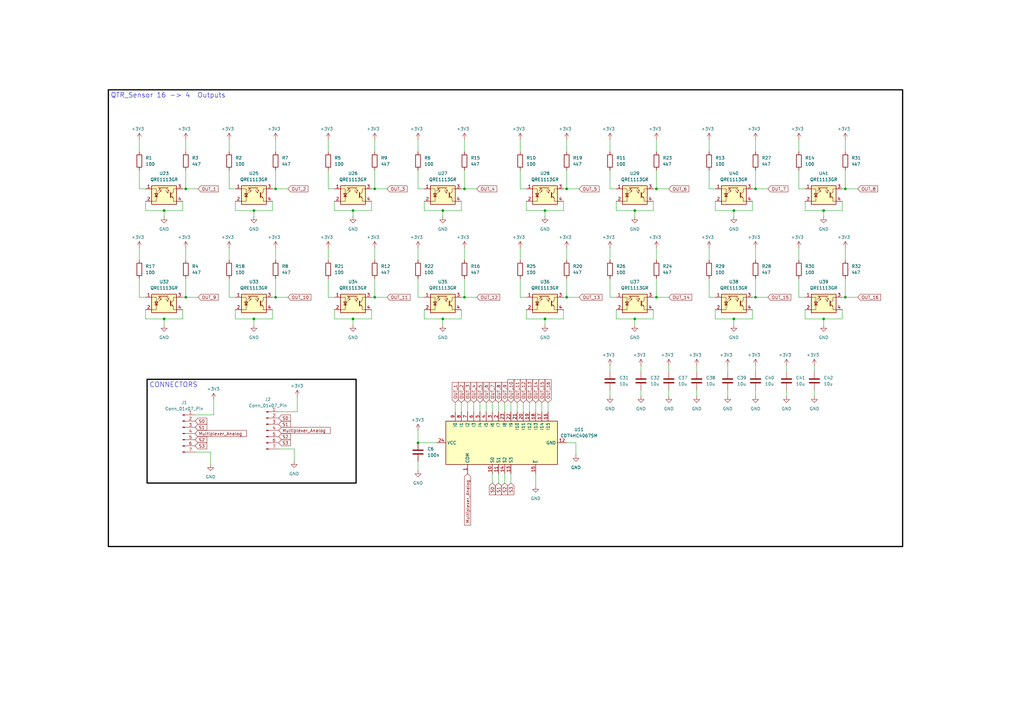
<source format=kicad_sch>
(kicad_sch (version 20250114) (generator "eeschema") (generator_version "9.0")
  (paper "A3")
  (title_block (title "Line_Follwer_Sensor_PCB") (date "2025-11-25") (rev "2") (company "UOP ROBOTICS") (comment 1 "Fotis Stamatakis"))
  (lib_symbols
    (symbol "74xx:CD74HC4067SM"
      (property "Reference" "U" (at -8.89 22.86 0))
      (property "Value" "CD74HC4067SM" (at 1.27 22.86 0))
      (symbol "CD74HC4067SM_1_1"
        (pin passive line (at -12.7 12.7 0) (length 3.81) (name "COM") (number "1"))
        (pin input line (at -12.7 2.54 0) (length 3.81) (name "S0") (number "10"))
        (pin input line (at -12.7 0 0) (length 3.81) (name "S1") (number "11"))
        (pin input line (at -12.7 -2.54 0) (length 3.81) (name "S2") (number "14"))
        (pin input line (at -12.7 -5.08 0) (length 3.81) (name "S3") (number "13"))
        (pin input line (at -12.7 -15.24 0) (length 3.81) (name "~{E}") (number "15"))
        (pin power_in line (at 0 25.4 270) (length 3.81) (name "VCC") (number "24"))
        (pin power_in line (at 0 -27.94 90) (length 3.81) (name "GND") (number "12"))
        (pin passive line (at 12.7 17.78 180) (length 3.81) (name "I0") (number "9"))
        (pin passive line (at 12.7 15.24 180) (length 3.81) (name "I1") (number "8"))
        (pin passive line (at 12.7 12.7 180) (length 3.81) (name "I2") (number "7"))
        (pin passive line (at 12.7 10.16 180) (length 3.81) (name "I3") (number "6"))
        (pin passive line (at 12.7 7.62 180) (length 3.81) (name "I4") (number "5"))
        (pin passive line (at 12.7 5.08 180) (length 3.81) (name "I5") (number "4"))
        (pin passive line (at 12.7 2.54 180) (length 3.81) (name "I6") (number "3"))
        (pin passive line (at 12.7 0 180) (length 3.81) (name "I7") (number "2"))
        (pin passive line (at 12.7 -2.54 180) (length 3.81) (name "I8") (number "23"))
        (pin passive line (at 12.7 -5.08 180) (length 3.81) (name "I9") (number "22"))
        (pin passive line (at 12.7 -7.62 180) (length 3.81) (name "I10") (number "21"))
        (pin passive line (at 12.7 -10.16 180) (length 3.81) (name "I11") (number "20"))
        (pin passive line (at 12.7 -12.7 180) (length 3.81) (name "I12") (number "19"))
        (pin passive line (at 12.7 -15.24 180) (length 3.81) (name "I13") (number "18"))
        (pin passive line (at 12.7 -17.78 180) (length 3.81) (name "I14") (number "17"))
        (pin passive line (at 12.7 -20.32 180) (length 3.81) (name "I15") (number "16"))
      )
    )
    (symbol "Connector:Conn_01x07_Pin" (pin_names (offset 1.016) (hide yes))
      (property "Reference" "J" (at 0 10.16 0))
      (property "Value" "Conn_01x07_Pin" (at 0 -10.16 0))
      (symbol "Conn_01x07_Pin_1_1"
        (pin passive line (at 5.08 7.62 180) (length 3.81) (name "Pin_1") (number "1"))
        (pin passive line (at 5.08 5.08 180) (length 3.81) (name "Pin_2") (number "2"))
        (pin passive line (at 5.08 2.54 180) (length 3.81) (name "Pin_3") (number "3"))
        (pin passive line (at 5.08 0 180) (length 3.81) (name "Pin_4") (number "4"))
        (pin passive line (at 5.08 -2.54 180) (length 3.81) (name "Pin_5") (number "5"))
        (pin passive line (at 5.08 -5.08 180) (length 3.81) (name "Pin_6") (number "6"))
        (pin passive line (at 5.08 -7.62 180) (length 3.81) (name "Pin_7") (number "7"))
      )
    )
    (symbol "Device:C" (pin_numbers (hide yes)) (pin_names (offset 0.254))
      (property "Reference" "C" (at 0.635 2.54 0))
      (property "Value" "C" (at 0.635 -2.54 0))
      (symbol "C_1_1"
        (pin passive line (at 0 3.81 270) (length 2.794) (name "~") (number "1"))
        (pin passive line (at 0 -3.81 90) (length 2.794) (name "~") (number "2"))
      )
    )
    (symbol "Device:R" (pin_numbers (hide yes)) (pin_names (offset 0))
      (property "Reference" "R" (at 2.032 0 90))
      (property "Value" "R" (at 0 0 90))
      (symbol "R_1_1"
        (pin passive line (at 0 3.81 270) (length 1.27) (name "~") (number "1"))
        (pin passive line (at 0 -3.81 90) (length 1.27) (name "~") (number "2"))
      )
    )
    (symbol "QRE1113GR_1" (pin_names (offset 0.0254) (hide yes))
      (property "Reference" "U" (at -3.81 5.08 0))
      (property "Value" "QRE1113GR" (at 11.43 5.08 0))
      (symbol "QRE1113GR_1_1_1"
        (pin passive line (at -7.62 2.54 0) (length 2.54) (name "A") (number "1"))
        (pin passive line (at -7.62 -2.54 0) (length 2.54) (name "K") (number "2"))
        (pin open_collector line (at 7.62 2.54 180) (length 2.54) (name "~") (number "3"))
        (pin open_emitter line (at 7.62 -2.54 180) (length 2.54) (name "~") (number "4"))
      )
    )
    (symbol "power:GND" (power) (pin_numbers (hide yes)) (pin_names (offset 0) (hide yes))
      (property "Value" "GND" (at 0 -3.81 0))
      (symbol "GND_1_1"
        (pin power_in line (at 0 0 270) (length 0) (name "~") (number "1"))
      )
    )
    (symbol "power:VCC" (power) (pin_numbers (hide yes)) (pin_names (offset 0) (hide yes))
      (property "Value" "VCC" (at 0 3.556 0))
      (symbol "VCC_1_1"
        (pin power_in line (at 0 0 90) (length 0) (name "~") (number "1"))
      )
    )
  )
  (text_box "CONNECTORS \n" (at 60.325 155.575 0) (size 85.725 42.545) (margins 0.9525 0.9525 0.9525 0.9525) (stroke (width 0.5) (color 0 0 0 1)) (effects (font (size 2 2)) (justify left top)))
  (text_box "QTR_Sensor 16 -> 4  Outputs" (at 44.45 36.83 0) (size 325.755 187.325) (margins 0.9525 0.9525 0.9525 0.9525) (stroke (width 0.5) (color 0 0 0 1)) (effects (font (size 2 2)) (justify left top)))
  (junction (at 190.5 77.47))
  (junction (at 309.88 77.47))
  (junction (at 300.99 130.81))
  (junction (at 232.41 77.47))
  (junction (at 269.24 77.47))
  (junction (at 309.88 121.92))
  (junction (at 76.2 77.47))
  (junction (at 144.78 86.36))
  (junction (at 300.99 86.36))
  (junction (at 181.61 86.36))
  (junction (at 337.82 86.36))
  (junction (at 260.35 130.81))
  (junction (at 269.24 121.92))
  (junction (at 153.67 77.47))
  (junction (at 67.31 86.36))
  (junction (at 104.14 130.81))
  (junction (at 260.35 86.36))
  (junction (at 113.03 121.92))
  (junction (at 223.52 130.81))
  (junction (at 223.52 86.36))
  (junction (at 153.67 121.92))
  (junction (at 190.5 121.92))
  (junction (at 171.45 181.61))
  (junction (at 67.31 130.81))
  (junction (at 113.03 77.47))
  (junction (at 232.41 121.92))
  (junction (at 144.78 130.81))
  (junction (at 76.2 121.92))
  (junction (at 346.71 77.47))
  (junction (at 181.61 130.81))
  (junction (at 346.71 121.92))
  (junction (at 337.82 130.81))
  (junction (at 104.14 86.36))
  (wire (pts (xy 113.03 57.15) (xy 113.03 62.23)))
  (wire (pts (xy 171.45 121.92) (xy 173.99 121.92)))
  (wire (pts (xy 152.4 130.81) (xy 144.78 130.81)))
  (wire (pts (xy 153.67 57.15) (xy 153.67 62.23)))
  (wire (pts (xy 290.83 121.92) (xy 293.37 121.92)))
  (wire (pts (xy 223.52 86.36) (xy 215.9 86.36)))
  (wire (pts (xy 114.3 168.91) (xy 121.92 168.91)))
  (wire (pts (xy 67.31 86.36) (xy 59.69 86.36)))
  (wire (pts (xy 201.93 165.1) (xy 201.93 168.91)))
  (wire (pts (xy 267.97 86.36) (xy 260.35 86.36)))
  (wire (pts (xy 120.65 189.23) (xy 120.65 184.15)))
  (wire (pts (xy 76.2 101.6) (xy 76.2 106.68)))
  (wire (pts (xy 345.44 82.55) (xy 345.44 86.36)))
  (wire (pts (xy 217.17 165.1) (xy 217.17 168.91)))
  (wire (pts (xy 153.67 101.6) (xy 153.67 106.68)))
  (wire (pts (xy 219.71 194.31) (xy 219.71 199.39)))
  (wire (pts (xy 290.83 57.15) (xy 290.83 62.23)))
  (wire (pts (xy 181.61 130.81) (xy 181.61 133.35)))
  (wire (pts (xy 232.41 77.47) (xy 232.41 69.85)))
  (wire (pts (xy 76.2 77.47) (xy 76.2 69.85)))
  (wire (pts (xy 144.78 130.81) (xy 137.16 130.81)))
  (wire (pts (xy 173.99 86.36) (xy 173.99 82.55)))
  (wire (pts (xy 190.5 121.92) (xy 195.58 121.92)))
  (wire (pts (xy 250.19 101.6) (xy 250.19 106.68)))
  (wire (pts (xy 231.14 86.36) (xy 223.52 86.36)))
  (wire (pts (xy 269.24 121.92) (xy 269.24 114.3)))
  (wire (pts (xy 293.37 86.36) (xy 293.37 82.55)))
  (wire (pts (xy 104.14 86.36) (xy 96.52 86.36)))
  (wire (pts (xy 74.93 127) (xy 74.93 130.81)))
  (wire (pts (xy 212.09 165.1) (xy 212.09 168.91)))
  (wire (pts (xy 250.19 160.02) (xy 250.19 162.56)))
  (wire (pts (xy 262.89 160.02) (xy 262.89 162.56)))
  (wire (pts (xy 137.16 86.36) (xy 137.16 82.55)))
  (wire (pts (xy 96.52 86.36) (xy 96.52 82.55)))
  (wire (pts (xy 262.89 149.86) (xy 262.89 152.4)))
  (wire (pts (xy 300.99 86.36) (xy 293.37 86.36)))
  (wire (pts (xy 309.88 149.86) (xy 309.88 152.4)))
  (wire (pts (xy 327.66 57.15) (xy 327.66 62.23)))
  (wire (pts (xy 171.45 176.53) (xy 171.45 181.61)))
  (wire (pts (xy 190.5 77.47) (xy 190.5 69.85)))
  (wire (pts (xy 171.45 69.85) (xy 171.45 77.47)))
  (wire (pts (xy 189.23 165.1) (xy 189.23 168.91)))
  (wire (pts (xy 213.36 114.3) (xy 213.36 121.92)))
  (wire (pts (xy 346.71 121.92) (xy 351.79 121.92)))
  (wire (pts (xy 59.69 130.81) (xy 59.69 127)))
  (wire (pts (xy 144.78 86.36) (xy 144.78 88.9)))
  (wire (pts (xy 223.52 130.81) (xy 223.52 133.35)))
  (wire (pts (xy 86.36 190.5) (xy 86.36 185.42)))
  (wire (pts (xy 113.03 101.6) (xy 113.03 106.68)))
  (wire (pts (xy 104.14 130.81) (xy 104.14 133.35)))
  (wire (pts (xy 250.19 149.86) (xy 250.19 152.4)))
  (wire (pts (xy 345.44 77.47) (xy 346.71 77.47)))
  (wire (pts (xy 260.35 86.36) (xy 260.35 88.9)))
  (wire (pts (xy 309.88 121.92) (xy 314.96 121.92)))
  (wire (pts (xy 181.61 86.36) (xy 173.99 86.36)))
  (wire (pts (xy 250.19 121.92) (xy 252.73 121.92)))
  (wire (pts (xy 67.31 130.81) (xy 59.69 130.81)))
  (wire (pts (xy 274.32 160.02) (xy 274.32 162.56)))
  (wire (pts (xy 219.71 165.1) (xy 219.71 168.91)))
  (wire (pts (xy 137.16 130.81) (xy 137.16 127)))
  (wire (pts (xy 300.99 130.81) (xy 293.37 130.81)))
  (wire (pts (xy 113.03 77.47) (xy 118.11 77.47)))
  (wire (pts (xy 181.61 86.36) (xy 181.61 88.9)))
  (wire (pts (xy 189.23 127) (xy 189.23 130.81)))
  (wire (pts (xy 223.52 130.81) (xy 215.9 130.81)))
  (wire (pts (xy 59.69 86.36) (xy 59.69 82.55)))
  (wire (pts (xy 196.85 165.1) (xy 196.85 168.91)))
  (wire (pts (xy 171.45 57.15) (xy 171.45 62.23)))
  (wire (pts (xy 186.69 165.1) (xy 186.69 168.91)))
  (wire (pts (xy 111.76 77.47) (xy 113.03 77.47)))
  (wire (pts (xy 190.5 57.15) (xy 190.5 62.23)))
  (wire (pts (xy 153.67 77.47) (xy 153.67 69.85)))
  (wire (pts (xy 322.58 149.86) (xy 322.58 152.4)))
  (wire (pts (xy 190.5 77.47) (xy 195.58 77.47)))
  (wire (pts (xy 327.66 77.47) (xy 330.2 77.47)))
  (wire (pts (xy 76.2 57.15) (xy 76.2 62.23)))
  (wire (pts (xy 267.97 82.55) (xy 267.97 86.36)))
  (wire (pts (xy 345.44 86.36) (xy 337.82 86.36)))
  (wire (pts (xy 111.76 121.92) (xy 113.03 121.92)))
  (wire (pts (xy 267.97 127) (xy 267.97 130.81)))
  (wire (pts (xy 213.36 57.15) (xy 213.36 62.23)))
  (wire (pts (xy 120.65 184.15) (xy 114.3 184.15)))
  (wire (pts (xy 215.9 86.36) (xy 215.9 82.55)))
  (wire (pts (xy 173.99 130.81) (xy 173.99 127)))
  (wire (pts (xy 111.76 82.55) (xy 111.76 86.36)))
  (wire (pts (xy 236.22 181.61) (xy 236.22 186.69)))
  (wire (pts (xy 74.93 130.81) (xy 67.31 130.81)))
  (wire (pts (xy 300.99 130.81) (xy 300.99 133.35)))
  (wire (pts (xy 337.82 130.81) (xy 337.82 133.35)))
  (wire (pts (xy 57.15 57.15) (xy 57.15 62.23)))
  (wire (pts (xy 223.52 86.36) (xy 223.52 88.9)))
  (wire (pts (xy 346.71 101.6) (xy 346.71 106.68)))
  (wire (pts (xy 181.61 130.81) (xy 173.99 130.81)))
  (wire (pts (xy 224.79 165.1) (xy 224.79 168.91)))
  (wire (pts (xy 189.23 82.55) (xy 189.23 86.36)))
  (wire (pts (xy 327.66 121.92) (xy 330.2 121.92)))
  (wire (pts (xy 337.82 130.81) (xy 330.2 130.81)))
  (wire (pts (xy 308.61 127) (xy 308.61 130.81)))
  (wire (pts (xy 171.45 181.61) (xy 179.07 181.61)))
  (wire (pts (xy 327.66 114.3) (xy 327.66 121.92)))
  (wire (pts (xy 134.62 57.15) (xy 134.62 62.23)))
  (wire (pts (xy 189.23 121.92) (xy 190.5 121.92)))
  (wire (pts (xy 285.75 160.02) (xy 285.75 162.56)))
  (wire (pts (xy 87.63 163.83) (xy 87.63 170.18)))
  (wire (pts (xy 232.41 181.61) (xy 236.22 181.61)))
  (wire (pts (xy 309.88 77.47) (xy 314.96 77.47)))
  (wire (pts (xy 93.98 101.6) (xy 93.98 106.68)))
  (wire (pts (xy 260.35 86.36) (xy 252.73 86.36)))
  (wire (pts (xy 152.4 77.47) (xy 153.67 77.47)))
  (wire (pts (xy 153.67 121.92) (xy 158.75 121.92)))
  (wire (pts (xy 290.83 77.47) (xy 293.37 77.47)))
  (wire (pts (xy 252.73 130.81) (xy 252.73 127)))
  (wire (pts (xy 308.61 121.92) (xy 309.88 121.92)))
  (wire (pts (xy 267.97 130.81) (xy 260.35 130.81)))
  (wire (pts (xy 250.19 114.3) (xy 250.19 121.92)))
  (wire (pts (xy 57.15 114.3) (xy 57.15 121.92)))
  (wire (pts (xy 80.01 170.18) (xy 87.63 170.18)))
  (wire (pts (xy 334.01 149.86) (xy 334.01 152.4)))
  (wire (pts (xy 308.61 82.55) (xy 308.61 86.36)))
  (wire (pts (xy 330.2 130.81) (xy 330.2 127)))
  (wire (pts (xy 213.36 77.47) (xy 215.9 77.47)))
  (wire (pts (xy 104.14 130.81) (xy 96.52 130.81)))
  (wire (pts (xy 290.83 69.85) (xy 290.83 77.47)))
  (wire (pts (xy 74.93 86.36) (xy 67.31 86.36)))
  (wire (pts (xy 152.4 82.55) (xy 152.4 86.36)))
  (wire (pts (xy 96.52 130.81) (xy 96.52 127)))
  (wire (pts (xy 104.14 86.36) (xy 104.14 88.9)))
  (wire (pts (xy 153.67 121.92) (xy 153.67 114.3)))
  (wire (pts (xy 153.67 77.47) (xy 158.75 77.47)))
  (wire (pts (xy 171.45 77.47) (xy 173.99 77.47)))
  (wire (pts (xy 231.14 121.92) (xy 232.41 121.92)))
  (wire (pts (xy 260.35 130.81) (xy 260.35 133.35)))
  (wire (pts (xy 290.83 101.6) (xy 290.83 106.68)))
  (wire (pts (xy 293.37 130.81) (xy 293.37 127)))
  (wire (pts (xy 113.03 121.92) (xy 118.11 121.92)))
  (wire (pts (xy 93.98 121.92) (xy 96.52 121.92)))
  (wire (pts (xy 322.58 160.02) (xy 322.58 162.56)))
  (wire (pts (xy 298.45 149.86) (xy 298.45 152.4)))
  (wire (pts (xy 134.62 121.92) (xy 137.16 121.92)))
  (wire (pts (xy 207.01 165.1) (xy 207.01 168.91)))
  (wire (pts (xy 213.36 101.6) (xy 213.36 106.68)))
  (wire (pts (xy 152.4 121.92) (xy 153.67 121.92)))
  (wire (pts (xy 86.36 185.42) (xy 80.01 185.42)))
  (wire (pts (xy 214.63 165.1) (xy 214.63 168.91)))
  (wire (pts (xy 269.24 77.47) (xy 269.24 69.85)))
  (wire (pts (xy 134.62 69.85) (xy 134.62 77.47)))
  (wire (pts (xy 189.23 86.36) (xy 181.61 86.36)))
  (wire (pts (xy 93.98 57.15) (xy 93.98 62.23)))
  (wire (pts (xy 309.88 121.92) (xy 309.88 114.3)))
  (wire (pts (xy 232.41 77.47) (xy 237.49 77.47)))
  (wire (pts (xy 250.19 77.47) (xy 252.73 77.47)))
  (wire (pts (xy 189.23 130.81) (xy 181.61 130.81)))
  (wire (pts (xy 113.03 77.47) (xy 113.03 69.85)))
  (wire (pts (xy 93.98 69.85) (xy 93.98 77.47)))
  (wire (pts (xy 144.78 130.81) (xy 144.78 133.35)))
  (wire (pts (xy 346.71 77.47) (xy 351.79 77.47)))
  (wire (pts (xy 267.97 77.47) (xy 269.24 77.47)))
  (wire (pts (xy 267.97 121.92) (xy 269.24 121.92)))
  (wire (pts (xy 345.44 130.81) (xy 337.82 130.81)))
  (wire (pts (xy 345.44 121.92) (xy 346.71 121.92)))
  (wire (pts (xy 121.92 162.56) (xy 121.92 168.91)))
  (wire (pts (xy 152.4 86.36) (xy 144.78 86.36)))
  (wire (pts (xy 260.35 130.81) (xy 252.73 130.81)))
  (wire (pts (xy 204.47 165.1) (xy 204.47 168.91)))
  (wire (pts (xy 201.93 194.31) (xy 201.93 198.12)))
  (wire (pts (xy 204.47 194.31) (xy 204.47 198.12)))
  (wire (pts (xy 67.31 86.36) (xy 67.31 88.9)))
  (wire (pts (xy 231.14 127) (xy 231.14 130.81)))
  (wire (pts (xy 207.01 194.31) (xy 207.01 198.12)))
  (wire (pts (xy 144.78 86.36) (xy 137.16 86.36)))
  (wire (pts (xy 74.93 82.55) (xy 74.93 86.36)))
  (wire (pts (xy 269.24 101.6) (xy 269.24 106.68)))
  (wire (pts (xy 190.5 101.6) (xy 190.5 106.68)))
  (wire (pts (xy 269.24 121.92) (xy 274.32 121.92)))
  (wire (pts (xy 337.82 86.36) (xy 337.82 88.9)))
  (wire (pts (xy 309.88 57.15) (xy 309.88 62.23)))
  (wire (pts (xy 345.44 127) (xy 345.44 130.81)))
  (wire (pts (xy 232.41 121.92) (xy 237.49 121.92)))
  (wire (pts (xy 134.62 114.3) (xy 134.62 121.92)))
  (wire (pts (xy 308.61 130.81) (xy 300.99 130.81)))
  (wire (pts (xy 171.45 101.6) (xy 171.45 106.68)))
  (wire (pts (xy 285.75 149.86) (xy 285.75 152.4)))
  (wire (pts (xy 213.36 121.92) (xy 215.9 121.92)))
  (wire (pts (xy 171.45 189.23) (xy 171.45 193.04)))
  (wire (pts (xy 111.76 86.36) (xy 104.14 86.36)))
  (wire (pts (xy 93.98 114.3) (xy 93.98 121.92)))
  (wire (pts (xy 134.62 101.6) (xy 134.62 106.68)))
  (wire (pts (xy 308.61 77.47) (xy 309.88 77.47)))
  (wire (pts (xy 213.36 69.85) (xy 213.36 77.47)))
  (wire (pts (xy 232.41 57.15) (xy 232.41 62.23)))
  (wire (pts (xy 274.32 149.86) (xy 274.32 152.4)))
  (wire (pts (xy 290.83 114.3) (xy 290.83 121.92)))
  (wire (pts (xy 232.41 121.92) (xy 232.41 114.3)))
  (wire (pts (xy 134.62 77.47) (xy 137.16 77.47)))
  (wire (pts (xy 57.15 77.47) (xy 59.69 77.47)))
  (wire (pts (xy 327.66 69.85) (xy 327.66 77.47)))
  (wire (pts (xy 231.14 82.55) (xy 231.14 86.36)))
  (wire (pts (xy 209.55 165.1) (xy 209.55 168.91)))
  (wire (pts (xy 171.45 114.3) (xy 171.45 121.92)))
  (wire (pts (xy 250.19 69.85) (xy 250.19 77.47)))
  (wire (pts (xy 191.77 165.1) (xy 191.77 168.91)))
  (wire (pts (xy 232.41 101.6) (xy 232.41 106.68)))
  (wire (pts (xy 57.15 101.6) (xy 57.15 106.68)))
  (wire (pts (xy 300.99 86.36) (xy 300.99 88.9)))
  (wire (pts (xy 93.98 77.47) (xy 96.52 77.47)))
  (wire (pts (xy 252.73 86.36) (xy 252.73 82.55)))
  (wire (pts (xy 190.5 121.92) (xy 190.5 114.3)))
  (wire (pts (xy 337.82 86.36) (xy 330.2 86.36)))
  (wire (pts (xy 231.14 130.81) (xy 223.52 130.81)))
  (wire (pts (xy 194.31 165.1) (xy 194.31 168.91)))
  (wire (pts (xy 74.93 121.92) (xy 76.2 121.92)))
  (wire (pts (xy 330.2 86.36) (xy 330.2 82.55)))
  (wire (pts (xy 222.25 165.1) (xy 222.25 168.91)))
  (wire (pts (xy 269.24 77.47) (xy 274.32 77.47)))
  (wire (pts (xy 67.31 130.81) (xy 67.31 133.35)))
  (wire (pts (xy 152.4 127) (xy 152.4 130.81)))
  (wire (pts (xy 57.15 121.92) (xy 59.69 121.92)))
  (wire (pts (xy 309.88 101.6) (xy 309.88 106.68)))
  (wire (pts (xy 76.2 121.92) (xy 76.2 114.3)))
  (wire (pts (xy 231.14 77.47) (xy 232.41 77.47)))
  (wire (pts (xy 346.71 57.15) (xy 346.71 62.23)))
  (wire (pts (xy 269.24 57.15) (xy 269.24 62.23)))
  (wire (pts (xy 334.01 160.02) (xy 334.01 162.56)))
  (wire (pts (xy 189.23 77.47) (xy 190.5 77.47)))
  (wire (pts (xy 76.2 77.47) (xy 81.28 77.47)))
  (wire (pts (xy 327.66 101.6) (xy 327.66 106.68)))
  (wire (pts (xy 74.93 77.47) (xy 76.2 77.47)))
  (wire (pts (xy 199.39 165.1) (xy 199.39 168.91)))
  (wire (pts (xy 309.88 77.47) (xy 309.88 69.85)))
  (wire (pts (xy 346.71 77.47) (xy 346.71 69.85)))
  (wire (pts (xy 111.76 127) (xy 111.76 130.81)))
  (wire (pts (xy 111.76 130.81) (xy 104.14 130.81)))
  (wire (pts (xy 209.55 194.31) (xy 209.55 198.12)))
  (wire (pts (xy 215.9 130.81) (xy 215.9 127)))
  (wire (pts (xy 113.03 121.92) (xy 113.03 114.3)))
  (wire (pts (xy 57.15 69.85) (xy 57.15 77.47)))
  (wire (pts (xy 309.88 160.02) (xy 309.88 162.56)))
  (wire (pts (xy 76.2 121.92) (xy 81.28 121.92)))
  (wire (pts (xy 346.71 121.92) (xy 346.71 114.3)))
  (wire (pts (xy 250.19 57.15) (xy 250.19 62.23)))
  (wire (pts (xy 298.45 160.02) (xy 298.45 162.56)))
  (wire (pts (xy 308.61 86.36) (xy 300.99 86.36)))
  (global_label "OUT_16" (shape input) (at 224.79 165.1 90) (property "Intersheetrefs" "${INTERSHEET_REFS}" (effects (hide yes))))
  (global_label "S0" (shape input) (at 80.01 172.72 0) (property "Intersheetrefs" "${INTERSHEET_REFS}" (effects (hide yes))))
  (global_label "OUT_12" (shape input) (at 195.58 121.92 0) (property "Intersheetrefs" "${INTERSHEET_REFS}" (effects (hide yes))))
  (global_label "S2" (shape input) (at 80.01 180.34 0) (property "Intersheetrefs" "${INTERSHEET_REFS}" (effects (hide yes))))
  (global_label "OUT_7" (shape input) (at 314.96 77.47 0) (property "Intersheetrefs" "${INTERSHEET_REFS}" (effects (hide yes))))
  (global_label "OUT_6" (shape input) (at 274.32 77.47 0) (property "Intersheetrefs" "${INTERSHEET_REFS}" (effects (hide yes))))
  (global_label "S3" (shape input) (at 80.01 182.88 0) (property "Intersheetrefs" "${INTERSHEET_REFS}" (effects (hide yes))))
  (global_label "OUT_13" (shape input) (at 237.49 121.92 0) (property "Intersheetrefs" "${INTERSHEET_REFS}" (effects (hide yes))))
  (global_label "OUT_9" (shape input) (at 81.28 121.92 0) (property "Intersheetrefs" "${INTERSHEET_REFS}" (effects (hide yes))))
  (global_label "OUT_5" (shape input) (at 196.85 165.1 90) (property "Intersheetrefs" "${INTERSHEET_REFS}" (effects (hide yes))))
  (global_label "OUT_2" (shape input) (at 189.23 165.1 90) (property "Intersheetrefs" "${INTERSHEET_REFS}" (effects (hide yes))))
  (global_label "OUT_10" (shape input) (at 118.11 121.92 0) (property "Intersheetrefs" "${INTERSHEET_REFS}" (effects (hide yes))))
  (global_label "OUT_11" (shape input) (at 212.09 165.1 90) (property "Intersheetrefs" "${INTERSHEET_REFS}" (effects (hide yes))))
  (global_label "OUT_7" (shape input) (at 201.93 165.1 90) (property "Intersheetrefs" "${INTERSHEET_REFS}" (effects (hide yes))))
  (global_label "OUT_11" (shape input) (at 158.75 121.92 0) (property "Intersheetrefs" "${INTERSHEET_REFS}" (effects (hide yes))))
  (global_label "OUT_16" (shape input) (at 351.79 121.92 0) (property "Intersheetrefs" "${INTERSHEET_REFS}" (effects (hide yes))))
  (global_label "OUT_15" (shape input) (at 222.25 165.1 90) (property "Intersheetrefs" "${INTERSHEET_REFS}" (effects (hide yes))))
  (global_label "OUT_15" (shape input) (at 314.96 121.92 0) (property "Intersheetrefs" "${INTERSHEET_REFS}" (effects (hide yes))))
  (global_label "OUT_5" (shape input) (at 237.49 77.47 0) (property "Intersheetrefs" "${INTERSHEET_REFS}" (effects (hide yes))))
  (global_label "OUT_8" (shape input) (at 204.47 165.1 90) (property "Intersheetrefs" "${INTERSHEET_REFS}" (effects (hide yes))))
  (global_label "S0" (shape input) (at 114.3 171.45 0) (property "Intersheetrefs" "${INTERSHEET_REFS}" (effects (hide yes))))
  (global_label "Multiplexer_Analog " (shape input) (at 191.77 194.31 270) (property "Intersheetrefs" "${INTERSHEET_REFS}" (effects (hide yes))))
  (global_label "OUT_3" (shape input) (at 158.75 77.47 0) (property "Intersheetrefs" "${INTERSHEET_REFS}" (effects (hide yes))))
  (global_label "OUT_4" (shape input) (at 195.58 77.47 0) (property "Intersheetrefs" "${INTERSHEET_REFS}" (effects (hide yes))))
  (global_label "Multiplexer_Analog " (shape input) (at 80.01 177.8 0) (property "Intersheetrefs" "${INTERSHEET_REFS}" (effects (hide yes))))
  (global_label "OUT_8" (shape input) (at 351.79 77.47 0) (property "Intersheetrefs" "${INTERSHEET_REFS}" (effects (hide yes))))
  (global_label "OUT_9" (shape input) (at 207.01 165.1 90) (property "Intersheetrefs" "${INTERSHEET_REFS}" (effects (hide yes))))
  (global_label "OUT_1" (shape input) (at 81.28 77.47 0) (property "Intersheetrefs" "${INTERSHEET_REFS}" (effects (hide yes))))
  (global_label "OUT_10" (shape input) (at 209.55 165.1 90) (property "Intersheetrefs" "${INTERSHEET_REFS}" (effects (hide yes))))
  (global_label "OUT_2" (shape input) (at 118.11 77.47 0) (property "Intersheetrefs" "${INTERSHEET_REFS}" (effects (hide yes))))
  (global_label "OUT_4" (shape input) (at 194.31 165.1 90) (property "Intersheetrefs" "${INTERSHEET_REFS}" (effects (hide yes))))
  (global_label "S2" (shape input) (at 114.3 179.07 0) (property "Intersheetrefs" "${INTERSHEET_REFS}" (effects (hide yes))))
  (global_label "OUT_12" (shape input) (at 214.63 165.1 90) (property "Intersheetrefs" "${INTERSHEET_REFS}" (effects (hide yes))))
  (global_label "S3" (shape input) (at 209.55 198.12 270) (property "Intersheetrefs" "${INTERSHEET_REFS}" (effects (hide yes))))
  (global_label "OUT_14" (shape input) (at 274.32 121.92 0) (property "Intersheetrefs" "${INTERSHEET_REFS}" (effects (hide yes))))
  (global_label "OUT_6" (shape input) (at 199.39 165.1 90) (property "Intersheetrefs" "${INTERSHEET_REFS}" (effects (hide yes))))
  (global_label "OUT_1" (shape input) (at 186.69 165.1 90) (property "Intersheetrefs" "${INTERSHEET_REFS}" (effects (hide yes))))
  (global_label "S1" (shape input) (at 114.3 173.99 0) (property "Intersheetrefs" "${INTERSHEET_REFS}" (effects (hide yes))))
  (global_label "S0" (shape input) (at 201.93 198.12 270) (property "Intersheetrefs" "${INTERSHEET_REFS}" (effects (hide yes))))
  (global_label "S1" (shape input) (at 204.47 198.12 270) (property "Intersheetrefs" "${INTERSHEET_REFS}" (effects (hide yes))))
  (global_label "S2" (shape input) (at 207.01 198.12 270) (property "Intersheetrefs" "${INTERSHEET_REFS}" (effects (hide yes))))
  (global_label "OUT_13" (shape input) (at 217.17 165.1 90) (property "Intersheetrefs" "${INTERSHEET_REFS}" (effects (hide yes))))
  (global_label "Multiplexer_Analog " (shape input) (at 114.3 176.53 0) (property "Intersheetrefs" "${INTERSHEET_REFS}" (effects (hide yes))))
  (global_label "S3" (shape input) (at 114.3 181.61 0) (property "Intersheetrefs" "${INTERSHEET_REFS}" (effects (hide yes))))
  (global_label "S1" (shape input) (at 80.01 175.26 0) (property "Intersheetrefs" "${INTERSHEET_REFS}" (effects (hide yes))))
  (global_label "OUT_14" (shape input) (at 219.71 165.1 90) (property "Intersheetrefs" "${INTERSHEET_REFS}" (effects (hide yes))))
  (global_label "OUT_3" (shape input) (at 191.77 165.1 90) (property "Intersheetrefs" "${INTERSHEET_REFS}" (effects (hide yes))))
  (symbol (lib_id "power:GND") (at 86.36 190.5 0) (unit 1)
    (property "Reference" "#PWR038" (effects (hide yes)))
    (property "Value" "GND" (at 86.36 195.58 0))
    (property "Description" "Power symbol creates a global label with name \"GND\" , ground" (effects (hide yes)))
  )
  (symbol (lib_id "Device:R") (at 290.83 66.04 0) (unit 1)
    (property "Reference" "R13" (at 293.37 64.7699 0) (effects (justify left)))
    (property "Value" "100" (at 293.37 67.3099 0) (effects (justify left)))
    (property "Footprint" "Resistor_SMD:R_0603_1608Metric" (effects (hide yes)))
    (property "Description" "Resistor" (effects (hide yes)))
  )
  (symbol (lib_id "power:VCC") (at 171.45 101.6 0) (unit 1)
    (property "Reference" "#PWR051" (effects (hide yes)))
    (property "Value" "+3V3" (at 168.148 97.282 0) (effects (justify left)))
    (property "Description" "Power symbol creates a global label with name \"VCC\"" (effects (hide yes)))
  )
  (symbol (lib_id "power:GND") (at 67.31 88.9 0) (unit 1)
    (property "Reference" "#PWR05" (effects (hide yes)))
    (property "Value" "GND" (at 67.31 93.98 0))
    (property "Description" "Power symbol creates a global label with name \"GND\" , ground" (effects (hide yes)))
  )
  (symbol (lib_id "power:VCC") (at 250.19 149.86 0) (unit 1)
    (property "Reference" "#PWR087" (effects (hide yes)))
    (property "Value" "+3V3" (at 246.888 145.542 0) (effects (justify left)))
    (property "Description" "Power symbol creates a global label with name \"VCC\"" (effects (hide yes)))
  )
  (symbol (lib_id "Device:C") (at 274.32 156.21 0) (unit 1)
    (property "Reference" "C37" (at 278.13 154.9399 0) (effects (justify left)))
    (property "Value" "10u" (at 278.13 157.4799 0) (effects (justify left)))
    (property "Footprint" "Capacitor_SMD:C_0805_2012Metric" (effects (hide yes)))
    (property "Description" "Unpolarized capacitor" (effects (hide yes)))
  )
  (symbol (lib_id "Device:R") (at 346.71 110.49 0) (unit 1)
    (property "Reference" "R32" (at 349.25 109.2199 0) (effects (justify left)))
    (property "Value" "4k7" (at 349.25 111.7599 0) (effects (justify left)))
    (property "Footprint" "Resistor_SMD:R_0603_1608Metric" (effects (hide yes)))
    (property "Description" "Resistor" (effects (hide yes)))
  )
  (symbol (lib_id "Device:R") (at 190.5 66.04 0) (unit 1)
    (property "Reference" "R15" (at 193.04 64.7699 0) (effects (justify left)))
    (property "Value" "4k7" (at 193.04 67.3099 0) (effects (justify left)))
    (property "Footprint" "Resistor_SMD:R_0603_1608Metric" (effects (hide yes)))
    (property "Description" "Resistor" (effects (hide yes)))
  )
  (symbol (lib_id "power:VCC") (at 250.19 57.15 0) (unit 1)
    (property "Reference" "#PWR026" (effects (hide yes)))
    (property "Value" "+3V3" (at 246.888 52.832 0) (effects (justify left)))
    (property "Description" "Power symbol creates a global label with name \"VCC\"" (effects (hide yes)))
  )
  (symbol (lib_id "power:VCC") (at 57.15 57.15 0) (unit 1)
    (property "Reference" "#PWR07" (effects (hide yes)))
    (property "Value" "+3V3" (at 53.848 52.832 0) (effects (justify left)))
    (property "Description" "Power symbol creates a global label with name \"VCC\"" (effects (hide yes)))
  )
  (symbol (lib_id "power:VCC") (at 262.89 149.86 0) (unit 1)
    (property "Reference" "#PWR0111" (effects (hide yes)))
    (property "Value" "+3V3" (at 259.588 145.542 0) (effects (justify left)))
    (property "Description" "Power symbol creates a global label with name \"VCC\"" (effects (hide yes)))
  )
  (symbol (lib_id "power:VCC") (at 93.98 101.6 0) (unit 1)
    (property "Reference" "#PWR045" (effects (hide yes)))
    (property "Value" "+3V3" (at 90.678 97.282 0) (effects (justify left)))
    (property "Description" "Power symbol creates a global label with name \"VCC\"" (effects (hide yes)))
  )
  (symbol (lib_id "Device:C") (at 298.45 156.21 0) (unit 1)
    (property "Reference" "C39" (at 302.26 154.9399 0) (effects (justify left)))
    (property "Value" "10u" (at 302.26 157.4799 0) (effects (justify left)))
    (property "Footprint" "Capacitor_SMD:C_0805_2012Metric" (effects (hide yes)))
    (property "Description" "Unpolarized capacitor" (effects (hide yes)))
  )
  (symbol (lib_id "power:VCC") (at 309.88 57.15 0) (unit 1)
    (property "Reference" "#PWR033" (effects (hide yes)))
    (property "Value" "+3V3" (at 306.578 52.832 0) (effects (justify left)))
    (property "Description" "Power symbol creates a global label with name \"VCC\"" (effects (hide yes)))
  )
  (symbol (lib_id "Device:C") (at 262.89 156.21 0) (unit 1)
    (property "Reference" "C32" (at 266.7 154.9399 0) (effects (justify left)))
    (property "Value" "10u" (at 266.7 157.4799 0) (effects (justify left)))
    (property "Footprint" "Capacitor_SMD:C_0805_2012Metric" (effects (hide yes)))
    (property "Description" "Unpolarized capacitor" (effects (hide yes)))
  )
  (symbol (lib_name "QRE1113GR_1") (lib_id "Sensor_Proximity:QRE1113GR") (at 300.99 80.01 0) (unit 1)
    (property "Reference" "U40" (at 300.99 71.12 0))
    (property "Value" "QRE1113GR" (at 300.99 73.66 0))
    (property "Footprint" "OptoDevice:OnSemi_CASE100CY" (effects (hide yes)))
    (property "Datasheet" "http://www.onsemi.com/pub/Collateral/QRE1113-D.PDF" (effects (hide yes)))
    (property "Description" "Miniature Reflective Optical Object Sensor, SMD-4" (effects (hide yes)))
  )
  (symbol (lib_id "Device:C") (at 250.19 156.21 0) (unit 1)
    (property "Reference" "C31" (at 254 154.9399 0) (effects (justify left)))
    (property "Value" "10u" (at 254 157.4799 0) (effects (justify left)))
    (property "Footprint" "Capacitor_SMD:C_0805_2012Metric" (effects (hide yes)))
    (property "Description" "Unpolarized capacitor" (effects (hide yes)))
  )
  (symbol (lib_id "power:GND") (at 223.52 88.9 0) (unit 1)
    (property "Reference" "#PWR040" (effects (hide yes)))
    (property "Value" "GND" (at 223.52 93.98 0))
    (property "Description" "Power symbol creates a global label with name \"GND\" , ground" (effects (hide yes)))
  )
  (symbol (lib_id "Device:R") (at 134.62 110.49 0) (unit 1)
    (property "Reference" "R21" (at 137.16 109.2199 0) (effects (justify left)))
    (property "Value" "100" (at 137.16 111.7599 0) (effects (justify left)))
    (property "Footprint" "Resistor_SMD:R_0603_1608Metric" (effects (hide yes)))
    (property "Description" "Resistor" (effects (hide yes)))
  )
  (symbol (lib_id "power:VCC") (at 269.24 57.15 0) (unit 1)
    (property "Reference" "#PWR027" (effects (hide yes)))
    (property "Value" "+3V3" (at 265.938 52.832 0) (effects (justify left)))
    (property "Description" "Power symbol creates a global label with name \"VCC\"" (effects (hide yes)))
  )
  (symbol (lib_name "QRE1113GR_1") (lib_id "Sensor_Proximity:QRE1113GR") (at 337.82 80.01 0) (unit 1)
    (property "Reference" "U41" (at 337.82 71.12 0))
    (property "Value" "QRE1113GR" (at 337.82 73.66 0))
    (property "Footprint" "OptoDevice:OnSemi_CASE100CY" (effects (hide yes)))
    (property "Datasheet" "http://www.onsemi.com/pub/Collateral/QRE1113-D.PDF" (effects (hide yes)))
    (property "Description" "Miniature Reflective Optical Object Sensor, SMD-4" (effects (hide yes)))
  )
  (symbol (lib_id "power:VCC") (at 171.45 176.53 0) (unit 1)
    (property "Reference" "#PWR028" (effects (hide yes)))
    (property "Value" "+3V3" (at 168.656 172.212 0) (effects (justify left)))
    (property "Description" "Power symbol creates a global label with name \"VCC\"" (effects (hide yes)))
  )
  (symbol (lib_id "power:VCC") (at 76.2 101.6 0) (unit 1)
    (property "Reference" "#PWR043" (effects (hide yes)))
    (property "Value" "+3V3" (at 72.898 97.282 0) (effects (justify left)))
    (property "Description" "Power symbol creates a global label with name \"VCC\"" (effects (hide yes)))
  )
  (symbol (lib_id "power:GND") (at 144.78 88.9 0) (unit 1)
    (property "Reference" "#PWR020" (effects (hide yes)))
    (property "Value" "GND" (at 144.78 93.98 0))
    (property "Description" "Power symbol creates a global label with name \"GND\" , ground" (effects (hide yes)))
  )
  (symbol (lib_id "Device:C") (at 171.45 185.42 0) (unit 1)
    (property "Reference" "C6" (at 175.26 184.1499 0) (effects (justify left)))
    (property "Value" "100n" (at 175.26 186.6899 0) (effects (justify left)))
    (property "Footprint" "Capacitor_SMD:C_0402_1005Metric_Pad0.74x0.62mm_HandSolder" (effects (hide yes)))
    (property "Description" "Unpolarized capacitor" (effects (hide yes)))
  )
  (symbol (lib_id "Device:R") (at 232.41 66.04 0) (unit 1)
    (property "Reference" "R19" (at 234.95 64.7699 0) (effects (justify left)))
    (property "Value" "4k7" (at 234.95 67.3099 0) (effects (justify left)))
    (property "Footprint" "Resistor_SMD:R_0603_1608Metric" (effects (hide yes)))
    (property "Description" "Resistor" (effects (hide yes)))
  )
  (symbol (lib_id "power:GND") (at 337.82 88.9 0) (unit 1)
    (property "Reference" "#PWR060" (effects (hide yes)))
    (property "Value" "GND" (at 337.82 93.98 0))
    (property "Description" "Power symbol creates a global label with name \"GND\" , ground" (effects (hide yes)))
  )
  (symbol (lib_id "Device:R") (at 153.67 110.49 0) (unit 1)
    (property "Reference" "R12" (at 156.21 109.2199 0) (effects (justify left)))
    (property "Value" "4k7" (at 156.21 111.7599 0) (effects (justify left)))
    (property "Footprint" "Resistor_SMD:R_0603_1608Metric" (effects (hide yes)))
    (property "Description" "Resistor" (effects (hide yes)))
  )
  (symbol (lib_name "QRE1113GR_1") (lib_id "Sensor_Proximity:QRE1113GR") (at 260.35 80.01 0) (unit 1)
    (property "Reference" "U29" (at 260.35 71.12 0))
    (property "Value" "QRE1113GR" (at 260.35 73.66 0))
    (property "Footprint" "OptoDevice:OnSemi_CASE100CY" (effects (hide yes)))
    (property "Datasheet" "http://www.onsemi.com/pub/Collateral/QRE1113-D.PDF" (effects (hide yes)))
    (property "Description" "Miniature Reflective Optical Object Sensor, SMD-4" (effects (hide yes)))
  )
  (symbol (lib_id "Device:R") (at 113.03 66.04 0) (unit 1)
    (property "Reference" "R7" (at 115.57 64.7699 0) (effects (justify left)))
    (property "Value" "4k7" (at 115.57 67.3099 0) (effects (justify left)))
    (property "Footprint" "Resistor_SMD:R_0603_1608Metric" (effects (hide yes)))
    (property "Description" "Resistor" (effects (hide yes)))
  )
  (symbol (lib_id "Device:R") (at 269.24 110.49 0) (unit 1)
    (property "Reference" "R24" (at 271.78 109.2199 0) (effects (justify left)))
    (property "Value" "4k7" (at 271.78 111.7599 0) (effects (justify left)))
    (property "Footprint" "Resistor_SMD:R_0603_1608Metric" (effects (hide yes)))
    (property "Description" "Resistor" (effects (hide yes)))
  )
  (symbol (lib_id "Device:R") (at 327.66 66.04 0) (unit 1)
    (property "Reference" "R14" (at 330.2 64.7699 0) (effects (justify left)))
    (property "Value" "100" (at 330.2 67.3099 0) (effects (justify left)))
    (property "Footprint" "Resistor_SMD:R_0603_1608Metric" (effects (hide yes)))
    (property "Description" "Resistor" (effects (hide yes)))
  )
  (symbol (lib_id "power:GND") (at 300.99 133.35 0) (unit 1)
    (property "Reference" "#PWR054" (effects (hide yes)))
    (property "Value" "GND" (at 300.99 138.43 0))
    (property "Description" "Power symbol creates a global label with name \"GND\" , ground" (effects (hide yes)))
  )
  (symbol (lib_id "power:VCC") (at 153.67 57.15 0) (unit 1)
    (property "Reference" "#PWR017" (effects (hide yes)))
    (property "Value" "+3V3" (at 150.368 52.832 0) (effects (justify left)))
    (property "Description" "Power symbol creates a global label with name \"VCC\"" (effects (hide yes)))
  )
  (symbol (lib_id "Device:R") (at 250.19 66.04 0) (unit 1)
    (property "Reference" "R11" (at 252.73 64.7699 0) (effects (justify left)))
    (property "Value" "100" (at 252.73 67.3099 0) (effects (justify left)))
    (property "Footprint" "Resistor_SMD:R_0603_1608Metric" (effects (hide yes)))
    (property "Description" "Resistor" (effects (hide yes)))
  )
  (symbol (lib_id "Device:R") (at 269.24 66.04 0) (unit 1)
    (property "Reference" "R23" (at 271.78 64.7699 0) (effects (justify left)))
    (property "Value" "4k7" (at 271.78 67.3099 0) (effects (justify left)))
    (property "Footprint" "Resistor_SMD:R_0603_1608Metric" (effects (hide yes)))
    (property "Description" "Resistor" (effects (hide yes)))
  )
  (symbol (lib_id "power:VCC") (at 57.15 101.6 0) (unit 1)
    (property "Reference" "#PWR042" (effects (hide yes)))
    (property "Value" "+3V3" (at 53.848 97.282 0) (effects (justify left)))
    (property "Description" "Power symbol creates a global label with name \"VCC\"" (effects (hide yes)))
  )
  (symbol (lib_id "power:VCC") (at 190.5 101.6 0) (unit 1)
    (property "Reference" "#PWR052" (effects (hide yes)))
    (property "Value" "+3V3" (at 187.198 97.282 0) (effects (justify left)))
    (property "Description" "Power symbol creates a global label with name \"VCC\"" (effects (hide yes)))
  )
  (symbol (lib_id "Device:R") (at 153.67 66.04 0) (unit 1)
    (property "Reference" "R9" (at 156.21 64.7699 0) (effects (justify left)))
    (property "Value" "4k7" (at 156.21 67.3099 0) (effects (justify left)))
    (property "Footprint" "Resistor_SMD:R_0603_1608Metric" (effects (hide yes)))
    (property "Description" "Resistor" (effects (hide yes)))
  )
  (symbol (lib_name "QRE1113GR_1") (lib_id "Sensor_Proximity:QRE1113GR") (at 104.14 80.01 0) (unit 1)
    (property "Reference" "U25" (at 104.14 71.12 0))
    (property "Value" "QRE1113GR" (at 104.14 73.66 0))
    (property "Footprint" "OptoDevice:OnSemi_CASE100CY" (effects (hide yes)))
    (property "Datasheet" "http://www.onsemi.com/pub/Collateral/QRE1113-D.PDF" (effects (hide yes)))
    (property "Description" "Miniature Reflective Optical Object Sensor, SMD-4" (effects (hide yes)))
  )
  (symbol (lib_id "power:GND") (at 181.61 133.35 0) (unit 1)
    (property "Reference" "#PWR031" (effects (hide yes)))
    (property "Value" "GND" (at 181.61 138.43 0))
    (property "Description" "Power symbol creates a global label with name \"GND\" , ground" (effects (hide yes)))
  )
  (symbol (lib_id "Device:R") (at 93.98 66.04 0) (unit 1)
    (property "Reference" "R2" (at 96.52 64.7699 0) (effects (justify left)))
    (property "Value" "100" (at 96.52 67.3099 0) (effects (justify left)))
    (property "Footprint" "Resistor_SMD:R_0603_1608Metric" (effects (hide yes)))
    (property "Description" "Resistor" (effects (hide yes)))
  )
  (symbol (lib_id "Device:R") (at 134.62 66.04 0) (unit 1)
    (property "Reference" "R5" (at 137.16 64.7699 0) (effects (justify left)))
    (property "Value" "100" (at 137.16 67.3099 0) (effects (justify left)))
    (property "Footprint" "Resistor_SMD:R_0603_1608Metric" (effects (hide yes)))
    (property "Description" "Resistor" (effects (hide yes)))
  )
  (symbol (lib_id "power:GND") (at 337.82 133.35 0) (unit 1)
    (property "Reference" "#PWR061" (effects (hide yes)))
    (property "Value" "GND" (at 337.82 138.43 0))
    (property "Description" "Power symbol creates a global label with name \"GND\" , ground" (effects (hide yes)))
  )
  (symbol (lib_id "power:GND") (at 309.88 162.56 0) (unit 1)
    (property "Reference" "#PWR0131" (effects (hide yes)))
    (property "Value" "GND" (at 309.88 167.64 0))
    (property "Description" "Power symbol creates a global label with name \"GND\" , ground" (effects (hide yes)))
  )
  (symbol (lib_id "Device:R") (at 190.5 110.49 0) (unit 1)
    (property "Reference" "R16" (at 193.04 109.2199 0) (effects (justify left)))
    (property "Value" "4k7" (at 193.04 111.7599 0) (effects (justify left)))
    (property "Footprint" "Resistor_SMD:R_0603_1608Metric" (effects (hide yes)))
    (property "Description" "Resistor" (effects (hide yes)))
  )
  (symbol (lib_id "power:VCC") (at 232.41 101.6 0) (unit 1)
    (property "Reference" "#PWR056" (effects (hide yes)))
    (property "Value" "+3V3" (at 229.108 97.282 0) (effects (justify left)))
    (property "Description" "Power symbol creates a global label with name \"VCC\"" (effects (hide yes)))
  )
  (symbol (lib_id "power:GND") (at 322.58 162.56 0) (unit 1)
    (property "Reference" "#PWR0133" (effects (hide yes)))
    (property "Value" "GND" (at 322.58 167.64 0))
    (property "Description" "Power symbol creates a global label with name \"GND\" , ground" (effects (hide yes)))
  )
  (symbol (lib_id "Device:C") (at 285.75 156.21 0) (unit 1)
    (property "Reference" "C38" (at 289.56 154.9399 0) (effects (justify left)))
    (property "Value" "10u" (at 289.56 157.4799 0) (effects (justify left)))
    (property "Footprint" "Capacitor_SMD:C_0805_2012Metric" (effects (hide yes)))
    (property "Description" "Unpolarized capacitor" (effects (hide yes)))
  )
  (symbol (lib_id "Device:R") (at 290.83 110.49 0) (unit 1)
    (property "Reference" "R29" (at 293.37 109.2199 0) (effects (justify left)))
    (property "Value" "100" (at 293.37 111.7599 0) (effects (justify left)))
    (property "Footprint" "Resistor_SMD:R_0603_1608Metric" (effects (hide yes)))
    (property "Description" "Resistor" (effects (hide yes)))
  )
  (symbol (lib_id "power:VCC") (at 274.32 149.86 0) (unit 1)
    (property "Reference" "#PWR0124" (effects (hide yes)))
    (property "Value" "+3V3" (at 271.018 145.542 0) (effects (justify left)))
    (property "Description" "Power symbol creates a global label with name \"VCC\"" (effects (hide yes)))
  )
  (symbol (lib_id "power:GND") (at 67.31 133.35 0) (unit 1)
    (property "Reference" "#PWR06" (effects (hide yes)))
    (property "Value" "GND" (at 67.31 138.43 0))
    (property "Description" "Power symbol creates a global label with name \"GND\" , ground" (effects (hide yes)))
  )
  (symbol (lib_id "Device:R") (at 171.45 66.04 0) (unit 1)
    (property "Reference" "R6" (at 173.99 64.7699 0) (effects (justify left)))
    (property "Value" "100" (at 173.99 67.3099 0) (effects (justify left)))
    (property "Footprint" "Resistor_SMD:R_0603_1608Metric" (effects (hide yes)))
    (property "Description" "Resistor" (effects (hide yes)))
  )
  (symbol (lib_id "power:GND") (at 334.01 162.56 0) (unit 1)
    (property "Reference" "#PWR0135" (effects (hide yes)))
    (property "Value" "GND" (at 334.01 167.64 0))
    (property "Description" "Power symbol creates a global label with name \"GND\" , ground" (effects (hide yes)))
  )
  (symbol (lib_id "power:GND") (at 260.35 88.9 0) (unit 1)
    (property "Reference" "#PWR047" (effects (hide yes)))
    (property "Value" "GND" (at 260.35 93.98 0))
    (property "Description" "Power symbol creates a global label with name \"GND\" , ground" (effects (hide yes)))
  )
  (symbol (lib_id "Device:C") (at 334.01 156.21 0) (unit 1)
    (property "Reference" "C42" (at 337.82 154.9399 0) (effects (justify left)))
    (property "Value" "10u" (at 337.82 157.4799 0) (effects (justify left)))
    (property "Footprint" "Capacitor_SMD:C_0805_2012Metric" (effects (hide yes)))
    (property "Description" "Unpolarized capacitor" (effects (hide yes)))
  )
  (symbol (lib_name "QRE1113GR_1") (lib_id "Sensor_Proximity:QRE1113GR") (at 337.82 124.46 0) (unit 1)
    (property "Reference" "U39" (at 337.82 115.57 0))
    (property "Value" "QRE1113GR" (at 337.82 118.11 0))
    (property "Footprint" "OptoDevice:OnSemi_CASE100CY" (effects (hide yes)))
    (property "Datasheet" "http://www.onsemi.com/pub/Collateral/QRE1113-D.PDF" (effects (hide yes)))
    (property "Description" "Miniature Reflective Optical Object Sensor, SMD-4" (effects (hide yes)))
  )
  (symbol (lib_id "power:GND") (at 120.65 189.23 0) (unit 1)
    (property "Reference" "#PWR039" (effects (hide yes)))
    (property "Value" "GND" (at 120.65 194.31 0))
    (property "Description" "Power symbol creates a global label with name \"GND\" , ground" (effects (hide yes)))
  )
  (symbol (lib_id "power:VCC") (at 322.58 149.86 0) (unit 1)
    (property "Reference" "#PWR0132" (effects (hide yes)))
    (property "Value" "+3V3" (at 319.278 145.542 0) (effects (justify left)))
    (property "Description" "Power symbol creates a global label with name \"VCC\"" (effects (hide yes)))
  )
  (symbol (lib_id "power:VCC") (at 334.01 149.86 0) (unit 1)
    (property "Reference" "#PWR0134" (effects (hide yes)))
    (property "Value" "+3V3" (at 330.708 145.542 0) (effects (justify left)))
    (property "Description" "Power symbol creates a global label with name \"VCC\"" (effects (hide yes)))
  )
  (symbol (lib_id "power:VCC") (at 213.36 101.6 0) (unit 1)
    (property "Reference" "#PWR055" (effects (hide yes)))
    (property "Value" "+3V3" (at 210.058 97.282 0) (effects (justify left)))
    (property "Description" "Power symbol creates a global label with name \"VCC\"" (effects (hide yes)))
  )
  (symbol (lib_id "Device:R") (at 309.88 66.04 0) (unit 1)
    (property "Reference" "R27" (at 312.42 64.7699 0) (effects (justify left)))
    (property "Value" "4k7" (at 312.42 67.3099 0) (effects (justify left)))
    (property "Footprint" "Resistor_SMD:R_0603_1608Metric" (effects (hide yes)))
    (property "Description" "Resistor" (effects (hide yes)))
  )
  (symbol (lib_id "power:GND") (at 219.71 199.39 0) (unit 1)
    (property "Reference" "#PWR037" (effects (hide yes)))
    (property "Value" "GND" (at 219.71 204.47 0))
    (property "Description" "Power symbol creates a global label with name \"GND\" , ground" (effects (hide yes)))
  )
  (symbol (lib_id "power:VCC") (at 290.83 101.6 0) (unit 1)
    (property "Reference" "#PWR062" (effects (hide yes)))
    (property "Value" "+3V3" (at 287.528 97.282 0) (effects (justify left)))
    (property "Description" "Power symbol creates a global label with name \"VCC\"" (effects (hide yes)))
  )
  (symbol (lib_id "Device:R") (at 213.36 110.49 0) (unit 1)
    (property "Reference" "R25" (at 215.9 109.2199 0) (effects (justify left)))
    (property "Value" "100" (at 215.9 111.7599 0) (effects (justify left)))
    (property "Footprint" "Resistor_SMD:R_0603_1608Metric" (effects (hide yes)))
    (property "Description" "Resistor" (effects (hide yes)))
  )
  (symbol (lib_id "power:GND") (at 274.32 162.56 0) (unit 1)
    (property "Reference" "#PWR0125" (effects (hide yes)))
    (property "Value" "GND" (at 274.32 167.64 0))
    (property "Description" "Power symbol creates a global label with name \"GND\" , ground" (effects (hide yes)))
  )
  (symbol (lib_id "power:VCC") (at 134.62 101.6 0) (unit 1)
    (property "Reference" "#PWR049" (effects (hide yes)))
    (property "Value" "+3V3" (at 131.318 97.282 0) (effects (justify left)))
    (property "Description" "Power symbol creates a global label with name \"VCC\"" (effects (hide yes)))
  )
  (symbol (lib_name "QRE1113GR_1") (lib_id "Sensor_Proximity:QRE1113GR") (at 181.61 124.46 0) (unit 1)
    (property "Reference" "U35" (at 181.61 115.57 0))
    (property "Value" "QRE1113GR" (at 181.61 118.11 0))
    (property "Footprint" "OptoDevice:OnSemi_CASE100CY" (effects (hide yes)))
    (property "Datasheet" "http://www.onsemi.com/pub/Collateral/QRE1113-D.PDF" (effects (hide yes)))
    (property "Description" "Miniature Reflective Optical Object Sensor, SMD-4" (effects (hide yes)))
  )
  (symbol (lib_name "QRE1113GR_1") (lib_id "Sensor_Proximity:QRE1113GR") (at 223.52 80.01 0) (unit 1)
    (property "Reference" "U28" (at 223.52 71.12 0))
    (property "Value" "QRE1113GR" (at 223.52 73.66 0))
    (property "Footprint" "OptoDevice:OnSemi_CASE100CY" (effects (hide yes)))
    (property "Datasheet" "http://www.onsemi.com/pub/Collateral/QRE1113-D.PDF" (effects (hide yes)))
    (property "Description" "Miniature Reflective Optical Object Sensor, SMD-4" (effects (hide yes)))
  )
  (symbol (lib_id "power:VCC") (at 232.41 57.15 0) (unit 1)
    (property "Reference" "#PWR023" (effects (hide yes)))
    (property "Value" "+3V3" (at 229.108 52.832 0) (effects (justify left)))
    (property "Description" "Power symbol creates a global label with name \"VCC\"" (effects (hide yes)))
  )
  (symbol (lib_id "Device:R") (at 250.19 110.49 0) (unit 1)
    (property "Reference" "R26" (at 252.73 109.2199 0) (effects (justify left)))
    (property "Value" "100" (at 252.73 111.7599 0) (effects (justify left)))
    (property "Footprint" "Resistor_SMD:R_0603_1608Metric" (effects (hide yes)))
    (property "Description" "Resistor" (effects (hide yes)))
  )
  (symbol (lib_id "power:GND") (at 300.99 88.9 0) (unit 1)
    (property "Reference" "#PWR053" (effects (hide yes)))
    (property "Value" "GND" (at 300.99 93.98 0))
    (property "Description" "Power symbol creates a global label with name \"GND\" , ground" (effects (hide yes)))
  )
  (symbol (lib_id "power:GND") (at 223.52 133.35 0) (unit 1)
    (property "Reference" "#PWR041" (effects (hide yes)))
    (property "Value" "GND" (at 223.52 138.43 0))
    (property "Description" "Power symbol creates a global label with name \"GND\" , ground" (effects (hide yes)))
  )
  (symbol (lib_id "power:VCC") (at 250.19 101.6 0) (unit 1)
    (property "Reference" "#PWR058" (effects (hide yes)))
    (property "Value" "+3V3" (at 246.888 97.282 0) (effects (justify left)))
    (property "Description" "Power symbol creates a global label with name \"VCC\"" (effects (hide yes)))
  )
  (symbol (lib_id "Device:R") (at 76.2 110.49 0) (unit 1)
    (property "Reference" "R4" (at 78.74 109.2199 0) (effects (justify left)))
    (property "Value" "4k7" (at 78.74 111.7599 0) (effects (justify left)))
    (property "Footprint" "Resistor_SMD:R_0603_1608Metric" (effects (hide yes)))
    (property "Description" "Resistor" (effects (hide yes)))
  )
  (symbol (lib_id "power:VCC") (at 113.03 57.15 0) (unit 1)
    (property "Reference" "#PWR011" (effects (hide yes)))
    (property "Value" "+3V3" (at 109.728 52.832 0) (effects (justify left)))
    (property "Description" "Power symbol creates a global label with name \"VCC\"" (effects (hide yes)))
  )
  (symbol (lib_id "power:GND") (at 298.45 162.56 0) (unit 1)
    (property "Reference" "#PWR0129" (effects (hide yes)))
    (property "Value" "GND" (at 298.45 167.64 0))
    (property "Description" "Power symbol creates a global label with name \"GND\" , ground" (effects (hide yes)))
  )
  (symbol (lib_id "power:VCC") (at 346.71 57.15 0) (unit 1)
    (property "Reference" "#PWR036" (effects (hide yes)))
    (property "Value" "+3V3" (at 343.408 52.832 0) (effects (justify left)))
    (property "Description" "Power symbol creates a global label with name \"VCC\"" (effects (hide yes)))
  )
  (symbol (lib_id "Device:R") (at 232.41 110.49 0) (unit 1)
    (property "Reference" "R20" (at 234.95 109.2199 0) (effects (justify left)))
    (property "Value" "4k7" (at 234.95 111.7599 0) (effects (justify left)))
    (property "Footprint" "Resistor_SMD:R_0603_1608Metric" (effects (hide yes)))
    (property "Description" "Resistor" (effects (hide yes)))
  )
  (symbol (lib_name "QRE1113GR_1") (lib_id "Sensor_Proximity:QRE1113GR") (at 67.31 80.01 0) (unit 1)
    (property "Reference" "U23" (at 67.31 71.12 0))
    (property "Value" "QRE1113GR" (at 67.31 73.66 0))
    (property "Footprint" "OptoDevice:OnSemi_CASE100CY" (effects (hide yes)))
    (property "Datasheet" "http://www.onsemi.com/pub/Collateral/QRE1113-D.PDF" (effects (hide yes)))
    (property "Description" "Miniature Reflective Optical Object Sensor, SMD-4" (effects (hide yes)))
  )
  (symbol (lib_id "power:GND") (at 171.45 193.04 0) (unit 1)
    (property "Reference" "#PWR029" (effects (hide yes)))
    (property "Value" "GND" (at 171.45 198.12 0))
    (property "Description" "Power symbol creates a global label with name \"GND\" , ground" (effects (hide yes)))
  )
  (symbol (lib_id "Device:C") (at 309.88 156.21 0) (unit 1)
    (property "Reference" "C40" (at 313.69 154.9399 0) (effects (justify left)))
    (property "Value" "10u" (at 313.69 157.4799 0) (effects (justify left)))
    (property "Footprint" "Capacitor_SMD:C_0805_2012Metric" (effects (hide yes)))
    (property "Description" "Unpolarized capacitor" (effects (hide yes)))
  )
  (symbol (lib_id "power:VCC") (at 121.92 162.56 0) (unit 1)
    (property "Reference" "#PWR057" (effects (hide yes)))
    (property "Value" "+3V3" (at 119.126 158.242 0) (effects (justify left)))
    (property "Description" "Power symbol creates a global label with name \"VCC\"" (effects (hide yes)))
  )
  (symbol (lib_id "power:VCC") (at 290.83 57.15 0) (unit 1)
    (property "Reference" "#PWR032" (effects (hide yes)))
    (property "Value" "+3V3" (at 287.528 52.832 0) (effects (justify left)))
    (property "Description" "Power symbol creates a global label with name \"VCC\"" (effects (hide yes)))
  )
  (symbol (lib_name "QRE1113GR_1") (lib_id "Sensor_Proximity:QRE1113GR") (at 144.78 124.46 0) (unit 1)
    (property "Reference" "U34" (at 144.78 115.57 0))
    (property "Value" "QRE1113GR" (at 144.78 118.11 0))
    (property "Footprint" "OptoDevice:OnSemi_CASE100CY" (effects (hide yes)))
    (property "Datasheet" "http://www.onsemi.com/pub/Collateral/QRE1113-D.PDF" (effects (hide yes)))
    (property "Description" "Miniature Reflective Optical Object Sensor, SMD-4" (effects (hide yes)))
  )
  (symbol (lib_id "power:VCC") (at 213.36 57.15 0) (unit 1)
    (property "Reference" "#PWR022" (effects (hide yes)))
    (property "Value" "+3V3" (at 210.058 52.832 0) (effects (justify left)))
    (property "Description" "Power symbol creates a global label with name \"VCC\"" (effects (hide yes)))
  )
  (symbol (lib_name "QRE1113GR_1") (lib_id "Sensor_Proximity:QRE1113GR") (at 260.35 124.46 0) (unit 1)
    (property "Reference" "U37" (at 260.35 115.57 0))
    (property "Value" "QRE1113GR" (at 260.35 118.11 0))
    (property "Footprint" "OptoDevice:OnSemi_CASE100CY" (effects (hide yes)))
    (property "Datasheet" "http://www.onsemi.com/pub/Collateral/QRE1113-D.PDF" (effects (hide yes)))
    (property "Description" "Miniature Reflective Optical Object Sensor, SMD-4" (effects (hide yes)))
  )
  (symbol (lib_id "power:GND") (at 181.61 88.9 0) (unit 1)
    (property "Reference" "#PWR030" (effects (hide yes)))
    (property "Value" "GND" (at 181.61 93.98 0))
    (property "Description" "Power symbol creates a global label with name \"GND\" , ground" (effects (hide yes)))
  )
  (symbol (lib_id "Device:R") (at 309.88 110.49 0) (unit 1)
    (property "Reference" "R28" (at 312.42 109.2199 0) (effects (justify left)))
    (property "Value" "4k7" (at 312.42 111.7599 0) (effects (justify left)))
    (property "Footprint" "Resistor_SMD:R_0603_1608Metric" (effects (hide yes)))
    (property "Description" "Resistor" (effects (hide yes)))
  )
  (symbol (lib_name "QRE1113GR_1") (lib_id "Sensor_Proximity:QRE1113GR") (at 300.99 124.46 0) (unit 1)
    (property "Reference" "U38" (at 300.99 115.57 0))
    (property "Value" "QRE1113GR" (at 300.99 118.11 0))
    (property "Footprint" "OptoDevice:OnSemi_CASE100CY" (effects (hide yes)))
    (property "Datasheet" "http://www.onsemi.com/pub/Collateral/QRE1113-D.PDF" (effects (hide yes)))
    (property "Description" "Miniature Reflective Optical Object Sensor, SMD-4" (effects (hide yes)))
  )
  (symbol (lib_id "power:VCC") (at 190.5 57.15 0) (unit 1)
    (property "Reference" "#PWR019" (effects (hide yes)))
    (property "Value" "+3V3" (at 187.198 52.832 0) (effects (justify left)))
    (property "Description" "Power symbol creates a global label with name \"VCC\"" (effects (hide yes)))
  )
  (symbol (lib_id "Device:R") (at 213.36 66.04 0) (unit 1)
    (property "Reference" "R10" (at 215.9 64.7699 0) (effects (justify left)))
    (property "Value" "100" (at 215.9 67.3099 0) (effects (justify left)))
    (property "Footprint" "Resistor_SMD:R_0603_1608Metric" (effects (hide yes)))
    (property "Description" "Resistor" (effects (hide yes)))
  )
  (symbol (lib_id "power:VCC") (at 327.66 57.15 0) (unit 1)
    (property "Reference" "#PWR035" (effects (hide yes)))
    (property "Value" "+3V3" (at 324.358 52.832 0) (effects (justify left)))
    (property "Description" "Power symbol creates a global label with name \"VCC\"" (effects (hide yes)))
  )
  (symbol (lib_id "power:VCC") (at 346.71 101.6 0) (unit 1)
    (property "Reference" "#PWR098" (effects (hide yes)))
    (property "Value" "+3V3" (at 343.408 97.282 0) (effects (justify left)))
    (property "Description" "Power symbol creates a global label with name \"VCC\"" (effects (hide yes)))
  )
  (symbol (lib_id "Device:R") (at 93.98 110.49 0) (unit 1)
    (property "Reference" "R18" (at 96.52 109.2199 0) (effects (justify left)))
    (property "Value" "100" (at 96.52 111.7599 0) (effects (justify left)))
    (property "Footprint" "Resistor_SMD:R_0603_1608Metric" (effects (hide yes)))
    (property "Description" "Resistor" (effects (hide yes)))
  )
  (symbol (lib_id "power:VCC") (at 285.75 149.86 0) (unit 1)
    (property "Reference" "#PWR0126" (effects (hide yes)))
    (property "Value" "+3V3" (at 282.448 145.542 0) (effects (justify left)))
    (property "Description" "Power symbol creates a global label with name \"VCC\"" (effects (hide yes)))
  )
  (symbol (lib_id "power:GND") (at 250.19 162.56 0) (unit 1)
    (property "Reference" "#PWR090" (effects (hide yes)))
    (property "Value" "GND" (at 250.19 167.64 0))
    (property "Description" "Power symbol creates a global label with name \"GND\" , ground" (effects (hide yes)))
  )
  (symbol (lib_id "power:VCC") (at 309.88 149.86 0) (unit 1)
    (property "Reference" "#PWR0130" (effects (hide yes)))
    (property "Value" "+3V3" (at 306.578 145.542 0) (effects (justify left)))
    (property "Description" "Power symbol creates a global label with name \"VCC\"" (effects (hide yes)))
  )
  (symbol (lib_id "power:GND") (at 260.35 133.35 0) (unit 1)
    (property "Reference" "#PWR048" (effects (hide yes)))
    (property "Value" "GND" (at 260.35 138.43 0))
    (property "Description" "Power symbol creates a global label with name \"GND\" , ground" (effects (hide yes)))
  )
  (symbol (lib_id "power:VCC") (at 298.45 149.86 0) (unit 1)
    (property "Reference" "#PWR0128" (effects (hide yes)))
    (property "Value" "+3V3" (at 295.148 145.542 0) (effects (justify left)))
    (property "Description" "Power symbol creates a global label with name \"VCC\"" (effects (hide yes)))
  )
  (symbol (lib_id "power:VCC") (at 76.2 57.15 0) (unit 1)
    (property "Reference" "#PWR08" (effects (hide yes)))
    (property "Value" "+3V3" (at 72.898 52.832 0) (effects (justify left)))
    (property "Description" "Power symbol creates a global label with name \"VCC\"" (effects (hide yes)))
  )
  (symbol (lib_id "74xx:CD74HC4067SM") (at 204.47 181.61 90) (unit 1)
    (property "Reference" "U11" (at 237.49 176.1646 90))
    (property "Value" "CD74HC4067SM" (at 237.49 178.7046 90))
    (property "Footprint" "Package_SO:SSOP-24_5.3x8.2mm_P0.65mm" (effects (hide yes)))
    (property "Datasheet" "http://www.ti.com/lit/ds/symlink/cd74hc4067.pdf" (effects (hide yes)))
    (property "Description" "High-Speed CMOS Logic 16-Channel Analog Multiplexer/Demultiplexer, SSOP-24" (effects (hide yes)))
  )
  (symbol (lib_id "Device:R") (at 57.15 110.49 0) (unit 1)
    (property "Reference" "R17" (at 59.69 109.2199 0) (effects (justify left)))
    (property "Value" "100" (at 59.69 111.7599 0) (effects (justify left)))
    (property "Footprint" "Resistor_SMD:R_0603_1608Metric" (effects (hide yes)))
    (property "Description" "Resistor" (effects (hide yes)))
  )
  (symbol (lib_id "power:GND") (at 104.14 133.35 0) (unit 1)
    (property "Reference" "#PWR013" (effects (hide yes)))
    (property "Value" "GND" (at 104.14 138.43 0))
    (property "Description" "Power symbol creates a global label with name \"GND\" , ground" (effects (hide yes)))
  )
  (symbol (lib_id "Device:C") (at 322.58 156.21 0) (unit 1)
    (property "Reference" "C41" (at 326.39 154.9399 0) (effects (justify left)))
    (property "Value" "10u" (at 326.39 157.4799 0) (effects (justify left)))
    (property "Footprint" "Capacitor_SMD:C_0805_2012Metric" (effects (hide yes)))
    (property "Description" "Unpolarized capacitor" (effects (hide yes)))
  )
  (symbol (lib_id "power:GND") (at 285.75 162.56 0) (unit 1)
    (property "Reference" "#PWR0127" (effects (hide yes)))
    (property "Value" "GND" (at 285.75 167.64 0))
    (property "Description" "Power symbol creates a global label with name \"GND\" , ground" (effects (hide yes)))
  )
  (symbol (lib_id "power:VCC") (at 153.67 101.6 0) (unit 1)
    (property "Reference" "#PWR050" (effects (hide yes)))
    (property "Value" "+3V3" (at 150.368 97.282 0) (effects (justify left)))
    (property "Description" "Power symbol creates a global label with name \"VCC\"" (effects (hide yes)))
  )
  (symbol (lib_id "Device:R") (at 346.71 66.04 0) (unit 1)
    (property "Reference" "R31" (at 349.25 64.7699 0) (effects (justify left)))
    (property "Value" "4k7" (at 349.25 67.3099 0) (effects (justify left)))
    (property "Footprint" "Resistor_SMD:R_0603_1608Metric" (effects (hide yes)))
    (property "Description" "Resistor" (effects (hide yes)))
  )
  (symbol (lib_id "Device:R") (at 113.03 110.49 0) (unit 1)
    (property "Reference" "R8" (at 115.57 109.2199 0) (effects (justify left)))
    (property "Value" "4k7" (at 115.57 111.7599 0) (effects (justify left)))
    (property "Footprint" "Resistor_SMD:R_0603_1608Metric" (effects (hide yes)))
    (property "Description" "Resistor" (effects (hide yes)))
  )
  (symbol (lib_name "QRE1113GR_1") (lib_id "Sensor_Proximity:QRE1113GR") (at 104.14 124.46 0) (unit 1)
    (property "Reference" "U33" (at 104.14 115.57 0))
    (property "Value" "QRE1113GR" (at 104.14 118.11 0))
    (property "Footprint" "OptoDevice:OnSemi_CASE100CY" (effects (hide yes)))
    (property "Datasheet" "http://www.onsemi.com/pub/Collateral/QRE1113-D.PDF" (effects (hide yes)))
    (property "Description" "Miniature Reflective Optical Object Sensor, SMD-4" (effects (hide yes)))
  )
  (symbol (lib_name "QRE1113GR_1") (lib_id "Sensor_Proximity:QRE1113GR") (at 181.61 80.01 0) (unit 1)
    (property "Reference" "U27" (at 181.61 71.12 0))
    (property "Value" "QRE1113GR" (at 181.61 73.66 0))
    (property "Footprint" "OptoDevice:OnSemi_CASE100CY" (effects (hide yes)))
    (property "Datasheet" "http://www.onsemi.com/pub/Collateral/QRE1113-D.PDF" (effects (hide yes)))
    (property "Description" "Miniature Reflective Optical Object Sensor, SMD-4" (effects (hide yes)))
  )
  (symbol (lib_id "power:VCC") (at 93.98 57.15 0) (unit 1)
    (property "Reference" "#PWR010" (effects (hide yes)))
    (property "Value" "+3V3" (at 90.678 52.832 0) (effects (justify left)))
    (property "Description" "Power symbol creates a global label with name \"VCC\"" (effects (hide yes)))
  )
  (symbol (lib_id "power:VCC") (at 113.03 101.6 0) (unit 1)
    (property "Reference" "#PWR046" (effects (hide yes)))
    (property "Value" "+3V3" (at 109.728 97.282 0) (effects (justify left)))
    (property "Description" "Power symbol creates a global label with name \"VCC\"" (effects (hide yes)))
  )
  (symbol (lib_name "QRE1113GR_1") (lib_id "Sensor_Proximity:QRE1113GR") (at 223.52 124.46 0) (unit 1)
    (property "Reference" "U36" (at 223.52 115.57 0))
    (property "Value" "QRE1113GR" (at 223.52 118.11 0))
    (property "Footprint" "OptoDevice:OnSemi_CASE100CY" (effects (hide yes)))
    (property "Datasheet" "http://www.onsemi.com/pub/Collateral/QRE1113-D.PDF" (effects (hide yes)))
    (property "Description" "Miniature Reflective Optical Object Sensor, SMD-4" (effects (hide yes)))
  )
  (symbol (lib_id "Connector:Conn_01x07_Pin") (at 74.93 177.8 0) (unit 1)
    (property "Reference" "J1" (at 75.565 165.1 0))
    (property "Value" "Conn_01x07_Pin" (at 75.565 167.64 0))
    (property "Footprint" "Connector_PinHeader_2.54mm:PinHeader_1x07_P2.54mm_Vertical" (effects (hide yes)))
    (property "Description" "Generic connector, single row, 01x07, script generated" (effects (hide yes)))
  )
  (symbol (lib_id "power:VCC") (at 269.24 101.6 0) (unit 1)
    (property "Reference" "#PWR059" (effects (hide yes)))
    (property "Value" "+3V3" (at 265.938 97.282 0) (effects (justify left)))
    (property "Description" "Power symbol creates a global label with name \"VCC\"" (effects (hide yes)))
  )
  (symbol (lib_id "Device:R") (at 76.2 66.04 0) (unit 1)
    (property "Reference" "R3" (at 78.74 64.7699 0) (effects (justify left)))
    (property "Value" "4k7" (at 78.74 67.3099 0) (effects (justify left)))
    (property "Footprint" "Resistor_SMD:R_0603_1608Metric" (effects (hide yes)))
    (property "Description" "Resistor" (effects (hide yes)))
  )
  (symbol (lib_id "power:VCC") (at 87.63 163.83 0) (unit 1)
    (property "Reference" "#PWR034" (effects (hide yes)))
    (property "Value" "+3V3" (at 84.836 159.512 0) (effects (justify left)))
    (property "Description" "Power symbol creates a global label with name \"VCC\"" (effects (hide yes)))
  )
  (symbol (lib_id "power:VCC") (at 171.45 57.15 0) (unit 1)
    (property "Reference" "#PWR018" (effects (hide yes)))
    (property "Value" "+3V3" (at 168.148 52.832 0) (effects (justify left)))
    (property "Description" "Power symbol creates a global label with name \"VCC\"" (effects (hide yes)))
  )
  (symbol (lib_name "QRE1113GR_1") (lib_id "Sensor_Proximity:QRE1113GR") (at 144.78 80.01 0) (unit 1)
    (property "Reference" "U26" (at 144.78 71.12 0))
    (property "Value" "QRE1113GR" (at 144.78 73.66 0))
    (property "Footprint" "OptoDevice:OnSemi_CASE100CY" (effects (hide yes)))
    (property "Datasheet" "http://www.onsemi.com/pub/Collateral/QRE1113-D.PDF" (effects (hide yes)))
    (property "Description" "Miniature Reflective Optical Object Sensor, SMD-4" (effects (hide yes)))
  )
  (symbol (lib_id "power:VCC") (at 309.88 101.6 0) (unit 1)
    (property "Reference" "#PWR063" (effects (hide yes)))
    (property "Value" "+3V3" (at 306.578 97.282 0) (effects (justify left)))
    (property "Description" "Power symbol creates a global label with name \"VCC\"" (effects (hide yes)))
  )
  (symbol (lib_id "power:GND") (at 144.78 133.35 0) (unit 1)
    (property "Reference" "#PWR021" (effects (hide yes)))
    (property "Value" "GND" (at 144.78 138.43 0))
    (property "Description" "Power symbol creates a global label with name \"GND\" , ground" (effects (hide yes)))
  )
  (symbol (lib_id "power:GND") (at 104.14 88.9 0) (unit 1)
    (property "Reference" "#PWR012" (effects (hide yes)))
    (property "Value" "GND" (at 104.14 93.98 0))
    (property "Description" "Power symbol creates a global label with name \"GND\" , ground" (effects (hide yes)))
  )
  (symbol (lib_id "Device:R") (at 327.66 110.49 0) (unit 1)
    (property "Reference" "R30" (at 330.2 109.2199 0) (effects (justify left)))
    (property "Value" "100" (at 330.2 111.7599 0) (effects (justify left)))
    (property "Footprint" "Resistor_SMD:R_0603_1608Metric" (effects (hide yes)))
    (property "Description" "Resistor" (effects (hide yes)))
  )
  (symbol (lib_name "QRE1113GR_1") (lib_id "Sensor_Proximity:QRE1113GR") (at 67.31 124.46 0) (unit 1)
    (property "Reference" "U32" (at 67.31 115.57 0))
    (property "Value" "QRE1113GR" (at 67.31 118.11 0))
    (property "Footprint" "OptoDevice:OnSemi_CASE100CY" (effects (hide yes)))
    (property "Datasheet" "http://www.onsemi.com/pub/Collateral/QRE1113-D.PDF" (effects (hide yes)))
    (property "Description" "Miniature Reflective Optical Object Sensor, SMD-4" (effects (hide yes)))
  )
  (symbol (lib_id "Device:R") (at 57.15 66.04 0) (unit 1)
    (property "Reference" "R1" (at 59.69 64.7699 0) (effects (justify left)))
    (property "Value" "100" (at 59.69 67.3099 0) (effects (justify left)))
    (property "Footprint" "Resistor_SMD:R_0603_1608Metric" (effects (hide yes)))
    (property "Description" "Resistor" (effects (hide yes)))
  )
  (symbol (lib_id "power:GND") (at 262.89 162.56 0) (unit 1)
    (property "Reference" "#PWR0123" (effects (hide yes)))
    (property "Value" "GND" (at 262.89 167.64 0))
    (property "Description" "Power symbol creates a global label with name \"GND\" , ground" (effects (hide yes)))
  )
  (symbol (lib_id "power:VCC") (at 134.62 57.15 0) (unit 1)
    (property "Reference" "#PWR016" (effects (hide yes)))
    (property "Value" "+3V3" (at 131.318 52.832 0) (effects (justify left)))
    (property "Description" "Power symbol creates a global label with name \"VCC\"" (effects (hide yes)))
  )
  (symbol (lib_id "power:GND") (at 236.22 186.69 0) (unit 1)
    (property "Reference" "#PWR044" (effects (hide yes)))
    (property "Value" "GND" (at 236.22 191.77 0))
    (property "Description" "Power symbol creates a global label with name \"GND\" , ground" (effects (hide yes)))
  )
  (symbol (lib_id "Device:R") (at 171.45 110.49 0) (unit 1)
    (property "Reference" "R22" (at 173.99 109.2199 0) (effects (justify left)))
    (property "Value" "100" (at 173.99 111.7599 0) (effects (justify left)))
    (property "Footprint" "Resistor_SMD:R_0603_1608Metric" (effects (hide yes)))
    (property "Description" "Resistor" (effects (hide yes)))
  )
  (symbol (lib_id "power:VCC") (at 327.66 101.6 0) (unit 1)
    (property "Reference" "#PWR097" (effects (hide yes)))
    (property "Value" "+3V3" (at 324.358 97.282 0) (effects (justify left)))
    (property "Description" "Power symbol creates a global label with name \"VCC\"" (effects (hide yes)))
  )
  (symbol (lib_id "Connector:Conn_01x07_Pin") (at 109.22 176.53 0) (unit 1)
    (property "Reference" "J2" (at 109.855 163.83 0))
    (property "Value" "Conn_01x07_Pin" (at 109.855 166.37 0))
    (property "Footprint" "Connector_PinHeader_2.54mm:PinHeader_1x07_P2.54mm_Vertical" (effects (hide yes)))
    (property "Description" "Generic connector, single row, 01x07, script generated" (effects (hide yes)))
  )
)
</source>
